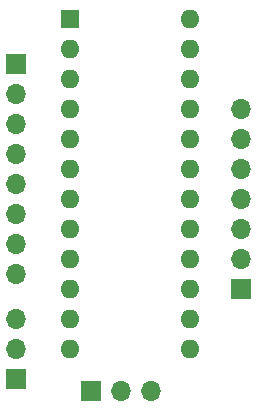
<source format=gbr>
%TF.GenerationSoftware,KiCad,Pcbnew,7.0.5-7.0.5~ubuntu20.04.1*%
%TF.CreationDate,2023-06-21T23:21:51+02:00*%
%TF.ProjectId,MAX7219Board,4d415837-3231-4394-926f-6172642e6b69,rev?*%
%TF.SameCoordinates,Original*%
%TF.FileFunction,Copper,L1,Top*%
%TF.FilePolarity,Positive*%
%FSLAX46Y46*%
G04 Gerber Fmt 4.6, Leading zero omitted, Abs format (unit mm)*
G04 Created by KiCad (PCBNEW 7.0.5-7.0.5~ubuntu20.04.1) date 2023-06-21 23:21:51*
%MOMM*%
%LPD*%
G01*
G04 APERTURE LIST*
%TA.AperFunction,ComponentPad*%
%ADD10R,1.600000X1.600000*%
%TD*%
%TA.AperFunction,ComponentPad*%
%ADD11O,1.600000X1.600000*%
%TD*%
%TA.AperFunction,ComponentPad*%
%ADD12O,1.700000X1.700000*%
%TD*%
%TA.AperFunction,ComponentPad*%
%ADD13R,1.700000X1.700000*%
%TD*%
G04 APERTURE END LIST*
D10*
%TO.P,U1,1,DIN*%
%TO.N,Net-(J2-Pin_3)*%
X117570000Y-66040000D03*
D11*
%TO.P,U1,2,DIG_0*%
%TO.N,Net-(J4-Pin_1)*%
X117570000Y-68580000D03*
%TO.P,U1,3,DIG_4*%
%TO.N,Net-(J4-Pin_2)*%
X117570000Y-71120000D03*
%TO.P,U1,4,GND*%
%TO.N,GND*%
X117570000Y-73660000D03*
%TO.P,U1,5,DIG_6*%
%TO.N,Net-(J4-Pin_3)*%
X117570000Y-76200000D03*
%TO.P,U1,6,DIG_2*%
%TO.N,Net-(J4-Pin_4)*%
X117570000Y-78740000D03*
%TO.P,U1,7,DIG_3*%
%TO.N,Net-(J4-Pin_5)*%
X117570000Y-81280000D03*
%TO.P,U1,8,DIG_7*%
%TO.N,Net-(J4-Pin_6)*%
X117570000Y-83820000D03*
%TO.P,U1,9,GND*%
%TO.N,GND*%
X117570000Y-86360000D03*
%TO.P,U1,10,DIG_5*%
%TO.N,Net-(J4-Pin_7)*%
X117570000Y-88900000D03*
%TO.P,U1,11,DIG_1*%
%TO.N,Net-(J4-Pin_8)*%
X117570000Y-91440000D03*
%TO.P,U1,12,LOAD*%
%TO.N,Net-(J2-Pin_1)*%
X117570000Y-93980000D03*
%TO.P,U1,13,CLK*%
%TO.N,Net-(J2-Pin_2)*%
X127730000Y-93980000D03*
%TO.P,U1,14,SEG_A*%
%TO.N,Net-(J3-Pin_1)*%
X127730000Y-91440000D03*
%TO.P,U1,15,SEG_F*%
%TO.N,Net-(J3-Pin_2)*%
X127730000Y-88900000D03*
%TO.P,U1,16,SEG_B*%
%TO.N,Net-(J3-Pin_3)*%
X127730000Y-86360000D03*
%TO.P,U1,17,SEG_G*%
%TO.N,Net-(J3-Pin_4)*%
X127730000Y-83820000D03*
%TO.P,U1,18,ISET*%
%TO.N,Net-(J5-Pin_2)*%
X127730000Y-81280000D03*
%TO.P,U1,19,V+*%
%TO.N,+5V*%
X127730000Y-78740000D03*
%TO.P,U1,20,SEG_C*%
%TO.N,Net-(J3-Pin_5)*%
X127730000Y-76200000D03*
%TO.P,U1,21,SEG_E*%
%TO.N,Net-(J3-Pin_6)*%
X127730000Y-73660000D03*
%TO.P,U1,22,SEG_DP*%
%TO.N,unconnected-(U1-SEG_DP-Pad22)*%
X127730000Y-71120000D03*
%TO.P,U1,23,SEG_D*%
%TO.N,Net-(J3-Pin_7)*%
X127730000Y-68580000D03*
%TO.P,U1,24,DOUT*%
%TO.N,unconnected-(U1-DOUT-Pad24)*%
X127730000Y-66040000D03*
%TD*%
D12*
%TO.P,J5,3,Pin_3*%
%TO.N,GND*%
X124475000Y-97580000D03*
%TO.P,J5,2,Pin_2*%
%TO.N,Net-(J5-Pin_2)*%
X121935000Y-97580000D03*
D13*
%TO.P,J5,1,Pin_1*%
%TO.N,+5V*%
X119395000Y-97580000D03*
%TD*%
%TO.P,J4,1,Pin_1*%
%TO.N,Net-(J4-Pin_1)*%
X113030000Y-69850000D03*
D12*
%TO.P,J4,2,Pin_2*%
%TO.N,Net-(J4-Pin_2)*%
X113030000Y-72390000D03*
%TO.P,J4,3,Pin_3*%
%TO.N,Net-(J4-Pin_3)*%
X113030000Y-74930000D03*
%TO.P,J4,4,Pin_4*%
%TO.N,Net-(J4-Pin_4)*%
X113030000Y-77470000D03*
%TO.P,J4,5,Pin_5*%
%TO.N,Net-(J4-Pin_5)*%
X113030000Y-80010000D03*
%TO.P,J4,6,Pin_6*%
%TO.N,Net-(J4-Pin_6)*%
X113030000Y-82550000D03*
%TO.P,J4,7,Pin_7*%
%TO.N,Net-(J4-Pin_7)*%
X113030000Y-85090000D03*
%TO.P,J4,8,Pin_8*%
%TO.N,Net-(J4-Pin_8)*%
X113030000Y-87630000D03*
%TD*%
D13*
%TO.P,J3,1,Pin_1*%
%TO.N,Net-(J3-Pin_1)*%
X132080000Y-88900000D03*
D12*
%TO.P,J3,2,Pin_2*%
%TO.N,Net-(J3-Pin_2)*%
X132080000Y-86360000D03*
%TO.P,J3,3,Pin_3*%
%TO.N,Net-(J3-Pin_3)*%
X132080000Y-83820000D03*
%TO.P,J3,4,Pin_4*%
%TO.N,Net-(J3-Pin_4)*%
X132080000Y-81280000D03*
%TO.P,J3,5,Pin_5*%
%TO.N,Net-(J3-Pin_5)*%
X132080000Y-78740000D03*
%TO.P,J3,6,Pin_6*%
%TO.N,Net-(J3-Pin_6)*%
X132080000Y-76200000D03*
%TO.P,J3,7,Pin_7*%
%TO.N,Net-(J3-Pin_7)*%
X132080000Y-73660000D03*
%TD*%
D13*
%TO.P,J2,1,Pin_1*%
%TO.N,Net-(J2-Pin_1)*%
X113030000Y-96520000D03*
D12*
%TO.P,J2,2,Pin_2*%
%TO.N,Net-(J2-Pin_2)*%
X113030000Y-93980000D03*
%TO.P,J2,3,Pin_3*%
%TO.N,Net-(J2-Pin_3)*%
X113030000Y-91440000D03*
%TD*%
M02*

</source>
